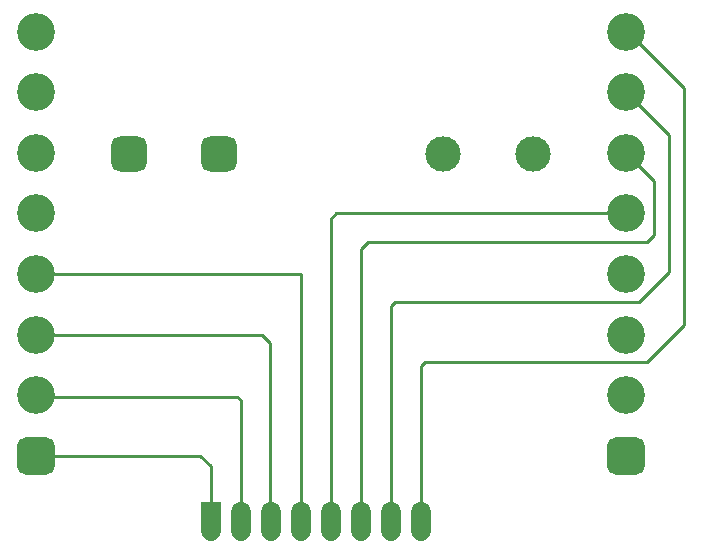
<source format=gtl>
G04 #@! TF.GenerationSoftware,KiCad,Pcbnew,8.0.2*
G04 #@! TF.CreationDate,2024-05-30T20:37:43+12:00*
G04 #@! TF.ProjectId,PDP-FUSE,5044502d-4655-4534-952e-6b696361645f,rev?*
G04 #@! TF.SameCoordinates,Original*
G04 #@! TF.FileFunction,Copper,L1,Top*
G04 #@! TF.FilePolarity,Positive*
%FSLAX46Y46*%
G04 Gerber Fmt 4.6, Leading zero omitted, Abs format (unit mm)*
G04 Created by KiCad (PCBNEW 8.0.2) date 2024-05-30 20:37:43*
%MOMM*%
%LPD*%
G01*
G04 APERTURE LIST*
G04 Aperture macros list*
%AMRoundRect*
0 Rectangle with rounded corners*
0 $1 Rounding radius*
0 $2 $3 $4 $5 $6 $7 $8 $9 X,Y pos of 4 corners*
0 Add a 4 corners polygon primitive as box body*
4,1,4,$2,$3,$4,$5,$6,$7,$8,$9,$2,$3,0*
0 Add four circle primitives for the rounded corners*
1,1,$1+$1,$2,$3*
1,1,$1+$1,$4,$5*
1,1,$1+$1,$6,$7*
1,1,$1+$1,$8,$9*
0 Add four rect primitives between the rounded corners*
20,1,$1+$1,$2,$3,$4,$5,0*
20,1,$1+$1,$4,$5,$6,$7,0*
20,1,$1+$1,$6,$7,$8,$9,0*
20,1,$1+$1,$8,$9,$2,$3,0*%
G04 Aperture macros list end*
G04 #@! TA.AperFunction,ComponentPad*
%ADD10RoundRect,0.800000X0.800000X-0.800000X0.800000X0.800000X-0.800000X0.800000X-0.800000X-0.800000X0*%
G04 #@! TD*
G04 #@! TA.AperFunction,ComponentPad*
%ADD11C,3.200000*%
G04 #@! TD*
G04 #@! TA.AperFunction,ComponentPad*
%ADD12RoundRect,0.750000X-0.750000X-0.750000X0.750000X-0.750000X0.750000X0.750000X-0.750000X0.750000X0*%
G04 #@! TD*
G04 #@! TA.AperFunction,ComponentPad*
%ADD13C,3.000000*%
G04 #@! TD*
G04 #@! TA.AperFunction,ComponentPad*
%ADD14R,1.700000X1.700000*%
G04 #@! TD*
G04 #@! TA.AperFunction,ComponentPad*
%ADD15O,1.700000X1.700000*%
G04 #@! TD*
G04 #@! TA.AperFunction,Conductor*
%ADD16C,0.250000*%
G04 #@! TD*
G04 #@! TA.AperFunction,Conductor*
%ADD17C,1.700000*%
G04 #@! TD*
G04 APERTURE END LIST*
D10*
X114000000Y-127955000D03*
D11*
X114000000Y-122825000D03*
X114000000Y-117695000D03*
X114000000Y-112565000D03*
X114000000Y-107435000D03*
X114000000Y-102305000D03*
X114000000Y-97175000D03*
X114000000Y-92045000D03*
D12*
X121895000Y-102362000D03*
X129515000Y-102362000D03*
D13*
X148485000Y-102362000D03*
X156105000Y-102362000D03*
D14*
X128840000Y-132690000D03*
D15*
X131380000Y-132690000D03*
X133920000Y-132690000D03*
X136460000Y-132690000D03*
X139000000Y-132690000D03*
X141540000Y-132690000D03*
X144080000Y-132690000D03*
X146620000Y-132690000D03*
D10*
X164000000Y-127955000D03*
D11*
X164000000Y-122825000D03*
X164000000Y-117695000D03*
X164000000Y-112565000D03*
X164000000Y-107435000D03*
X164000000Y-102305000D03*
X164000000Y-97175000D03*
X164000000Y-92045000D03*
D16*
X141540000Y-110428000D02*
X142113000Y-109855000D01*
X142113000Y-109855000D02*
X165735000Y-109855000D01*
X166370000Y-104675000D02*
X164000000Y-102305000D01*
X166370000Y-109220000D02*
X166370000Y-104675000D01*
D17*
X141540000Y-132690000D02*
X141540000Y-134301000D01*
D16*
X165735000Y-109855000D02*
X166370000Y-109220000D01*
X141540000Y-132690000D02*
X141540000Y-110428000D01*
X128840000Y-132690000D02*
X128840000Y-128840000D01*
D17*
X128840000Y-132690000D02*
X128840000Y-134301000D01*
D16*
X127955000Y-127955000D02*
X114000000Y-127955000D01*
X128840000Y-128840000D02*
X127955000Y-127955000D01*
X131380000Y-132690000D02*
X131380000Y-123252000D01*
D17*
X131380000Y-132690000D02*
X131380000Y-134301000D01*
D16*
X114111000Y-122936000D02*
X114000000Y-122825000D01*
X131380000Y-123252000D02*
X131064000Y-122936000D01*
X131064000Y-122936000D02*
X114111000Y-122936000D01*
X133858000Y-118364000D02*
X133189000Y-117695000D01*
D17*
X133920000Y-132690000D02*
X133920000Y-134301000D01*
D16*
X133189000Y-117695000D02*
X114000000Y-117695000D01*
X133858000Y-132628000D02*
X133858000Y-118364000D01*
X133920000Y-132690000D02*
X133858000Y-132628000D01*
X136460000Y-112584000D02*
X136441000Y-112565000D01*
X136460000Y-132690000D02*
X136460000Y-112584000D01*
D17*
X136460000Y-132690000D02*
X136460000Y-134301000D01*
D16*
X136441000Y-112565000D02*
X114000000Y-112565000D01*
X139000000Y-132690000D02*
X139000000Y-107888000D01*
D17*
X139000000Y-132690000D02*
X139000000Y-134301000D01*
D16*
X139453000Y-107435000D02*
X164000000Y-107435000D01*
X139000000Y-107888000D02*
X139453000Y-107435000D01*
D17*
X144080000Y-132690000D02*
X144080000Y-134301000D01*
D16*
X167640000Y-112395000D02*
X167640000Y-100815000D01*
X165100000Y-114935000D02*
X167640000Y-112395000D01*
X144080000Y-115254000D02*
X144399000Y-114935000D01*
X144080000Y-132690000D02*
X144080000Y-115254000D01*
X167640000Y-100815000D02*
X164000000Y-97175000D01*
X144399000Y-114935000D02*
X165100000Y-114935000D01*
X168910000Y-96774000D02*
X164181000Y-92045000D01*
X165735000Y-120015000D02*
X168910000Y-116840000D01*
X168910000Y-116840000D02*
X168910000Y-96774000D01*
X146620000Y-120334000D02*
X146939000Y-120015000D01*
D17*
X146620000Y-132690000D02*
X146620000Y-134301000D01*
D16*
X164181000Y-92045000D02*
X164000000Y-92045000D01*
X146620000Y-132690000D02*
X146620000Y-120334000D01*
X146939000Y-120015000D02*
X165735000Y-120015000D01*
M02*

</source>
